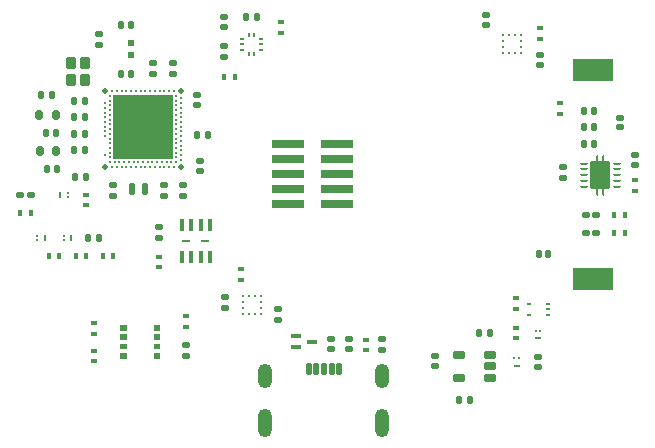
<source format=gts>
G04*
G04 #@! TF.GenerationSoftware,Altium Limited,Altium Designer,22.5.1 (42)*
G04*
G04 Layer_Color=8388736*
%FSLAX25Y25*%
%MOIN*%
G70*
G04*
G04 #@! TF.SameCoordinates,9CEDE495-3556-4083-ABEA-689295A2F9E5*
G04*
G04*
G04 #@! TF.FilePolarity,Negative*
G04*
G01*
G75*
G04:AMPARAMS|DCode=19|XSize=20.47mil|YSize=24.41mil|CornerRadius=4.1mil|HoleSize=0mil|Usage=FLASHONLY|Rotation=0.000|XOffset=0mil|YOffset=0mil|HoleType=Round|Shape=RoundedRectangle|*
%AMROUNDEDRECTD19*
21,1,0.02047,0.01622,0,0,0.0*
21,1,0.01228,0.02441,0,0,0.0*
1,1,0.00819,0.00614,-0.00811*
1,1,0.00819,-0.00614,-0.00811*
1,1,0.00819,-0.00614,0.00811*
1,1,0.00819,0.00614,0.00811*
%
%ADD19ROUNDEDRECTD19*%
G04:AMPARAMS|DCode=20|XSize=20.47mil|YSize=24.41mil|CornerRadius=4.1mil|HoleSize=0mil|Usage=FLASHONLY|Rotation=270.000|XOffset=0mil|YOffset=0mil|HoleType=Round|Shape=RoundedRectangle|*
%AMROUNDEDRECTD20*
21,1,0.02047,0.01622,0,0,270.0*
21,1,0.01228,0.02441,0,0,270.0*
1,1,0.00819,-0.00811,-0.00614*
1,1,0.00819,-0.00811,0.00614*
1,1,0.00819,0.00811,0.00614*
1,1,0.00819,0.00811,-0.00614*
%
%ADD20ROUNDEDRECTD20*%
G04:AMPARAMS|DCode=23|XSize=19.68mil|YSize=21.65mil|CornerRadius=3.94mil|HoleSize=0mil|Usage=FLASHONLY|Rotation=90.000|XOffset=0mil|YOffset=0mil|HoleType=Round|Shape=RoundedRectangle|*
%AMROUNDEDRECTD23*
21,1,0.01968,0.01378,0,0,90.0*
21,1,0.01181,0.02165,0,0,90.0*
1,1,0.00787,0.00689,0.00591*
1,1,0.00787,0.00689,-0.00591*
1,1,0.00787,-0.00689,-0.00591*
1,1,0.00787,-0.00689,0.00591*
%
%ADD23ROUNDEDRECTD23*%
G04:AMPARAMS|DCode=24|XSize=37.4mil|YSize=33.47mil|CornerRadius=3.35mil|HoleSize=0mil|Usage=FLASHONLY|Rotation=270.000|XOffset=0mil|YOffset=0mil|HoleType=Round|Shape=RoundedRectangle|*
%AMROUNDEDRECTD24*
21,1,0.03740,0.02677,0,0,270.0*
21,1,0.03071,0.03347,0,0,270.0*
1,1,0.00669,-0.01339,-0.01535*
1,1,0.00669,-0.01339,0.01535*
1,1,0.00669,0.01339,0.01535*
1,1,0.00669,0.01339,-0.01535*
%
%ADD24ROUNDEDRECTD24*%
G04:AMPARAMS|DCode=25|XSize=23.62mil|YSize=31.5mil|CornerRadius=4.72mil|HoleSize=0mil|Usage=FLASHONLY|Rotation=180.000|XOffset=0mil|YOffset=0mil|HoleType=Round|Shape=RoundedRectangle|*
%AMROUNDEDRECTD25*
21,1,0.02362,0.02205,0,0,180.0*
21,1,0.01417,0.03150,0,0,180.0*
1,1,0.00945,-0.00709,0.01102*
1,1,0.00945,0.00709,0.01102*
1,1,0.00945,0.00709,-0.01102*
1,1,0.00945,-0.00709,-0.01102*
%
%ADD25ROUNDEDRECTD25*%
G04:AMPARAMS|DCode=26|XSize=15.75mil|YSize=19.68mil|CornerRadius=3.15mil|HoleSize=0mil|Usage=FLASHONLY|Rotation=90.000|XOffset=0mil|YOffset=0mil|HoleType=Round|Shape=RoundedRectangle|*
%AMROUNDEDRECTD26*
21,1,0.01575,0.01339,0,0,90.0*
21,1,0.00945,0.01968,0,0,90.0*
1,1,0.00630,0.00669,0.00472*
1,1,0.00630,0.00669,-0.00472*
1,1,0.00630,-0.00669,-0.00472*
1,1,0.00630,-0.00669,0.00472*
%
%ADD26ROUNDEDRECTD26*%
G04:AMPARAMS|DCode=27|XSize=9.84mil|YSize=19.68mil|CornerRadius=1.97mil|HoleSize=0mil|Usage=FLASHONLY|Rotation=0.000|XOffset=0mil|YOffset=0mil|HoleType=Round|Shape=RoundedRectangle|*
%AMROUNDEDRECTD27*
21,1,0.00984,0.01575,0,0,0.0*
21,1,0.00591,0.01968,0,0,0.0*
1,1,0.00394,0.00295,-0.00787*
1,1,0.00394,-0.00295,-0.00787*
1,1,0.00394,-0.00295,0.00787*
1,1,0.00394,0.00295,0.00787*
%
%ADD27ROUNDEDRECTD27*%
G04:AMPARAMS|DCode=28|XSize=27.56mil|YSize=19.68mil|CornerRadius=3.94mil|HoleSize=0mil|Usage=FLASHONLY|Rotation=180.000|XOffset=0mil|YOffset=0mil|HoleType=Round|Shape=RoundedRectangle|*
%AMROUNDEDRECTD28*
21,1,0.02756,0.01181,0,0,180.0*
21,1,0.01968,0.01968,0,0,180.0*
1,1,0.00787,-0.00984,0.00591*
1,1,0.00787,0.00984,0.00591*
1,1,0.00787,0.00984,-0.00591*
1,1,0.00787,-0.00984,-0.00591*
%
%ADD28ROUNDEDRECTD28*%
G04:AMPARAMS|DCode=29|XSize=15.75mil|YSize=19.68mil|CornerRadius=3.15mil|HoleSize=0mil|Usage=FLASHONLY|Rotation=0.000|XOffset=0mil|YOffset=0mil|HoleType=Round|Shape=RoundedRectangle|*
%AMROUNDEDRECTD29*
21,1,0.01575,0.01339,0,0,0.0*
21,1,0.00945,0.01968,0,0,0.0*
1,1,0.00630,0.00472,-0.00669*
1,1,0.00630,-0.00472,-0.00669*
1,1,0.00630,-0.00472,0.00669*
1,1,0.00630,0.00472,0.00669*
%
%ADD29ROUNDEDRECTD29*%
G04:AMPARAMS|DCode=30|XSize=9.84mil|YSize=13.78mil|CornerRadius=1.48mil|HoleSize=0mil|Usage=FLASHONLY|Rotation=90.000|XOffset=0mil|YOffset=0mil|HoleType=Round|Shape=RoundedRectangle|*
%AMROUNDEDRECTD30*
21,1,0.00984,0.01083,0,0,90.0*
21,1,0.00689,0.01378,0,0,90.0*
1,1,0.00295,0.00541,0.00345*
1,1,0.00295,0.00541,-0.00345*
1,1,0.00295,-0.00541,-0.00345*
1,1,0.00295,-0.00541,0.00345*
%
%ADD30ROUNDEDRECTD30*%
G04:AMPARAMS|DCode=31|XSize=9.84mil|YSize=13.78mil|CornerRadius=1.48mil|HoleSize=0mil|Usage=FLASHONLY|Rotation=0.000|XOffset=0mil|YOffset=0mil|HoleType=Round|Shape=RoundedRectangle|*
%AMROUNDEDRECTD31*
21,1,0.00984,0.01083,0,0,0.0*
21,1,0.00689,0.01378,0,0,0.0*
1,1,0.00295,0.00345,-0.00541*
1,1,0.00295,-0.00345,-0.00541*
1,1,0.00295,-0.00345,0.00541*
1,1,0.00295,0.00345,0.00541*
%
%ADD31ROUNDEDRECTD31*%
G04:AMPARAMS|DCode=32|XSize=19.68mil|YSize=39.37mil|CornerRadius=3.94mil|HoleSize=0mil|Usage=FLASHONLY|Rotation=0.000|XOffset=0mil|YOffset=0mil|HoleType=Round|Shape=RoundedRectangle|*
%AMROUNDEDRECTD32*
21,1,0.01968,0.03150,0,0,0.0*
21,1,0.01181,0.03937,0,0,0.0*
1,1,0.00787,0.00591,-0.01575*
1,1,0.00787,-0.00591,-0.01575*
1,1,0.00787,-0.00591,0.01575*
1,1,0.00787,0.00591,0.01575*
%
%ADD32ROUNDEDRECTD32*%
G04:AMPARAMS|DCode=33|XSize=40.95mil|YSize=12.6mil|CornerRadius=2.52mil|HoleSize=0mil|Usage=FLASHONLY|Rotation=90.000|XOffset=0mil|YOffset=0mil|HoleType=Round|Shape=RoundedRectangle|*
%AMROUNDEDRECTD33*
21,1,0.04095,0.00756,0,0,90.0*
21,1,0.03591,0.01260,0,0,90.0*
1,1,0.00504,0.00378,0.01795*
1,1,0.00504,0.00378,-0.01795*
1,1,0.00504,-0.00378,-0.01795*
1,1,0.00504,-0.00378,0.01795*
%
%ADD33ROUNDEDRECTD33*%
%ADD34R,0.03150X0.00787*%
%ADD35R,0.01083X0.00984*%
%ADD36R,0.00984X0.01083*%
G04:AMPARAMS|DCode=37|XSize=17.72mil|YSize=43.31mil|CornerRadius=4.43mil|HoleSize=0mil|Usage=FLASHONLY|Rotation=0.000|XOffset=0mil|YOffset=0mil|HoleType=Round|Shape=RoundedRectangle|*
%AMROUNDEDRECTD37*
21,1,0.01772,0.03445,0,0,0.0*
21,1,0.00886,0.04331,0,0,0.0*
1,1,0.00886,0.00443,-0.01722*
1,1,0.00886,-0.00443,-0.01722*
1,1,0.00886,-0.00443,0.01722*
1,1,0.00886,0.00443,0.01722*
%
%ADD37ROUNDEDRECTD37*%
G04:AMPARAMS|DCode=38|XSize=15.75mil|YSize=31.5mil|CornerRadius=3.15mil|HoleSize=0mil|Usage=FLASHONLY|Rotation=270.000|XOffset=0mil|YOffset=0mil|HoleType=Round|Shape=RoundedRectangle|*
%AMROUNDEDRECTD38*
21,1,0.01575,0.02520,0,0,270.0*
21,1,0.00945,0.03150,0,0,270.0*
1,1,0.00630,-0.01260,-0.00472*
1,1,0.00630,-0.01260,0.00472*
1,1,0.00630,0.01260,0.00472*
1,1,0.00630,0.01260,-0.00472*
%
%ADD38ROUNDEDRECTD38*%
G04:AMPARAMS|DCode=39|XSize=21.65mil|YSize=23.62mil|CornerRadius=4.33mil|HoleSize=0mil|Usage=FLASHONLY|Rotation=270.000|XOffset=0mil|YOffset=0mil|HoleType=Round|Shape=RoundedRectangle|*
%AMROUNDEDRECTD39*
21,1,0.02165,0.01496,0,0,270.0*
21,1,0.01299,0.02362,0,0,270.0*
1,1,0.00866,-0.00748,-0.00650*
1,1,0.00866,-0.00748,0.00650*
1,1,0.00866,0.00748,0.00650*
1,1,0.00866,0.00748,-0.00650*
%
%ADD39ROUNDEDRECTD39*%
G04:AMPARAMS|DCode=40|XSize=23.62mil|YSize=43.31mil|CornerRadius=5.91mil|HoleSize=0mil|Usage=FLASHONLY|Rotation=270.000|XOffset=0mil|YOffset=0mil|HoleType=Round|Shape=RoundedRectangle|*
%AMROUNDEDRECTD40*
21,1,0.02362,0.03150,0,0,270.0*
21,1,0.01181,0.04331,0,0,270.0*
1,1,0.01181,-0.01575,-0.00591*
1,1,0.01181,-0.01575,0.00591*
1,1,0.01181,0.01575,0.00591*
1,1,0.01181,0.01575,-0.00591*
%
%ADD40ROUNDEDRECTD40*%
G04:AMPARAMS|DCode=41|XSize=9.84mil|YSize=19.68mil|CornerRadius=1.97mil|HoleSize=0mil|Usage=FLASHONLY|Rotation=90.000|XOffset=0mil|YOffset=0mil|HoleType=Round|Shape=RoundedRectangle|*
%AMROUNDEDRECTD41*
21,1,0.00984,0.01575,0,0,90.0*
21,1,0.00591,0.01968,0,0,90.0*
1,1,0.00394,0.00787,0.00295*
1,1,0.00394,0.00787,-0.00295*
1,1,0.00394,-0.00787,-0.00295*
1,1,0.00394,-0.00787,0.00295*
%
%ADD41ROUNDEDRECTD41*%
G04:AMPARAMS|DCode=42|XSize=15.87mil|YSize=9mil|CornerRadius=2.25mil|HoleSize=0mil|Usage=FLASHONLY|Rotation=0.000|XOffset=0mil|YOffset=0mil|HoleType=Round|Shape=RoundedRectangle|*
%AMROUNDEDRECTD42*
21,1,0.01587,0.00450,0,0,0.0*
21,1,0.01137,0.00900,0,0,0.0*
1,1,0.00450,0.00569,-0.00225*
1,1,0.00450,-0.00569,-0.00225*
1,1,0.00450,-0.00569,0.00225*
1,1,0.00450,0.00569,0.00225*
%
%ADD42ROUNDEDRECTD42*%
G04:AMPARAMS|DCode=43|XSize=19.68mil|YSize=27.56mil|CornerRadius=3.94mil|HoleSize=0mil|Usage=FLASHONLY|Rotation=180.000|XOffset=0mil|YOffset=0mil|HoleType=Round|Shape=RoundedRectangle|*
%AMROUNDEDRECTD43*
21,1,0.01968,0.01968,0,0,180.0*
21,1,0.01181,0.02756,0,0,180.0*
1,1,0.00787,-0.00591,0.00984*
1,1,0.00787,0.00591,0.00984*
1,1,0.00787,0.00591,-0.00984*
1,1,0.00787,-0.00591,-0.00984*
%
%ADD43ROUNDEDRECTD43*%
G04:AMPARAMS|DCode=44|XSize=23.62mil|YSize=9.45mil|CornerRadius=2.36mil|HoleSize=0mil|Usage=FLASHONLY|Rotation=180.000|XOffset=0mil|YOffset=0mil|HoleType=Round|Shape=RoundedRectangle|*
%AMROUNDEDRECTD44*
21,1,0.02362,0.00472,0,0,180.0*
21,1,0.01890,0.00945,0,0,180.0*
1,1,0.00472,-0.00945,0.00236*
1,1,0.00472,0.00945,0.00236*
1,1,0.00472,0.00945,-0.00236*
1,1,0.00472,-0.00945,-0.00236*
%
%ADD44ROUNDEDRECTD44*%
G04:AMPARAMS|DCode=45|XSize=19.68mil|YSize=27.56mil|CornerRadius=3.94mil|HoleSize=0mil|Usage=FLASHONLY|Rotation=90.000|XOffset=0mil|YOffset=0mil|HoleType=Round|Shape=RoundedRectangle|*
%AMROUNDEDRECTD45*
21,1,0.01968,0.01968,0,0,90.0*
21,1,0.01181,0.02756,0,0,90.0*
1,1,0.00787,0.00984,0.00591*
1,1,0.00787,0.00984,-0.00591*
1,1,0.00787,-0.00984,-0.00591*
1,1,0.00787,-0.00984,0.00591*
%
%ADD45ROUNDEDRECTD45*%
G04:AMPARAMS|DCode=46|XSize=21.65mil|YSize=23.62mil|CornerRadius=4.33mil|HoleSize=0mil|Usage=FLASHONLY|Rotation=0.000|XOffset=0mil|YOffset=0mil|HoleType=Round|Shape=RoundedRectangle|*
%AMROUNDEDRECTD46*
21,1,0.02165,0.01496,0,0,0.0*
21,1,0.01299,0.02362,0,0,0.0*
1,1,0.00866,0.00650,-0.00748*
1,1,0.00866,-0.00650,-0.00748*
1,1,0.00866,-0.00650,0.00748*
1,1,0.00866,0.00650,0.00748*
%
%ADD46ROUNDEDRECTD46*%
G04:AMPARAMS|DCode=48|XSize=109.84mil|YSize=29.13mil|CornerRadius=5.83mil|HoleSize=0mil|Usage=FLASHONLY|Rotation=180.000|XOffset=0mil|YOffset=0mil|HoleType=Round|Shape=RoundedRectangle|*
%AMROUNDEDRECTD48*
21,1,0.10984,0.01748,0,0,180.0*
21,1,0.09819,0.02913,0,0,180.0*
1,1,0.01165,-0.04909,0.00874*
1,1,0.01165,0.04909,0.00874*
1,1,0.01165,0.04909,-0.00874*
1,1,0.01165,-0.04909,-0.00874*
%
%ADD48ROUNDEDRECTD48*%
%ADD49C,0.01280*%
%ADD50R,0.20079X0.21654*%
%ADD51C,0.01968*%
G04:AMPARAMS|DCode=52|XSize=9.84mil|YSize=5.91mil|CornerRadius=0.98mil|HoleSize=0mil|Usage=FLASHONLY|Rotation=180.000|XOffset=0mil|YOffset=0mil|HoleType=Round|Shape=RoundedRectangle|*
%AMROUNDEDRECTD52*
21,1,0.00984,0.00394,0,0,180.0*
21,1,0.00787,0.00591,0,0,180.0*
1,1,0.00197,-0.00394,0.00197*
1,1,0.00197,0.00394,0.00197*
1,1,0.00197,0.00394,-0.00197*
1,1,0.00197,-0.00394,-0.00197*
%
%ADD52ROUNDEDRECTD52*%
G04:AMPARAMS|DCode=53|XSize=9.84mil|YSize=5.91mil|CornerRadius=0.98mil|HoleSize=0mil|Usage=FLASHONLY|Rotation=270.000|XOffset=0mil|YOffset=0mil|HoleType=Round|Shape=RoundedRectangle|*
%AMROUNDEDRECTD53*
21,1,0.00984,0.00394,0,0,270.0*
21,1,0.00787,0.00591,0,0,270.0*
1,1,0.00197,-0.00197,-0.00394*
1,1,0.00197,-0.00197,0.00394*
1,1,0.00197,0.00197,0.00394*
1,1,0.00197,0.00197,-0.00394*
%
%ADD53ROUNDEDRECTD53*%
G04:AMPARAMS|DCode=54|XSize=39.37mil|YSize=9.45mil|CornerRadius=2.36mil|HoleSize=0mil|Usage=FLASHONLY|Rotation=90.000|XOffset=0mil|YOffset=0mil|HoleType=Round|Shape=RoundedRectangle|*
%AMROUNDEDRECTD54*
21,1,0.03937,0.00472,0,0,90.0*
21,1,0.03465,0.00945,0,0,90.0*
1,1,0.00472,0.00236,0.01732*
1,1,0.00472,0.00236,-0.01732*
1,1,0.00472,-0.00236,-0.01732*
1,1,0.00472,-0.00236,0.01732*
%
%ADD54ROUNDEDRECTD54*%
G04:AMPARAMS|DCode=55|XSize=64.96mil|YSize=94.49mil|CornerRadius=2.27mil|HoleSize=0mil|Usage=FLASHONLY|Rotation=0.000|XOffset=0mil|YOffset=0mil|HoleType=Round|Shape=RoundedRectangle|*
%AMROUNDEDRECTD55*
21,1,0.06496,0.08994,0,0,0.0*
21,1,0.06041,0.09449,0,0,0.0*
1,1,0.00455,0.03021,-0.04497*
1,1,0.00455,-0.03021,-0.04497*
1,1,0.00455,-0.03021,0.04497*
1,1,0.00455,0.03021,0.04497*
%
%ADD55ROUNDEDRECTD55*%
%ADD56R,0.13583X0.07284*%
%ADD57O,0.04724X0.08268*%
%ADD58O,0.04724X0.09449*%
G36*
X111762Y135416D02*
X109597D01*
Y137384D01*
X111762D01*
Y135416D01*
D02*
G37*
G36*
Y138565D02*
X109597D01*
Y140534D01*
X111762D01*
Y138565D01*
D02*
G37*
G36*
Y141715D02*
X109597D01*
Y143684D01*
X111762D01*
Y141715D01*
D02*
G37*
G36*
Y144865D02*
X109597D01*
Y146833D01*
X111762D01*
Y144865D01*
D02*
G37*
G36*
X122983Y135416D02*
X120817D01*
Y137384D01*
X122983D01*
Y135416D01*
D02*
G37*
G36*
Y138565D02*
X120817D01*
Y140534D01*
X122983D01*
Y138565D01*
D02*
G37*
G36*
Y141715D02*
X120817D01*
Y143684D01*
X122983D01*
Y141715D01*
D02*
G37*
G36*
Y144865D02*
X120817D01*
Y146833D01*
X122983D01*
Y144865D01*
D02*
G37*
D19*
X94228Y210500D02*
D03*
X97772D02*
D03*
X94228Y205000D02*
D03*
X97772D02*
D03*
X94228Y216000D02*
D03*
X97772D02*
D03*
X94276Y221511D02*
D03*
X97820D02*
D03*
X109719Y230488D02*
D03*
X113262D02*
D03*
X109719Y246876D02*
D03*
X113262D02*
D03*
X83347Y223486D02*
D03*
X86890D02*
D03*
X84728Y210600D02*
D03*
X88272D02*
D03*
X94528Y196100D02*
D03*
X98072D02*
D03*
X85080Y198686D02*
D03*
X88624D02*
D03*
X102543Y175600D02*
D03*
X99000D02*
D03*
X155172Y249400D02*
D03*
X151628D02*
D03*
X138872Y210200D02*
D03*
X135328D02*
D03*
X226143Y121800D02*
D03*
X222600D02*
D03*
X229328Y143900D02*
D03*
X232872D02*
D03*
X267672Y207100D02*
D03*
X264128D02*
D03*
X267672Y212700D02*
D03*
X264128D02*
D03*
D20*
X120462Y233916D02*
D03*
Y230372D02*
D03*
X127262Y233916D02*
D03*
Y230372D02*
D03*
X102500Y243572D02*
D03*
Y240028D02*
D03*
X107037Y189691D02*
D03*
Y193235D02*
D03*
X144200Y239643D02*
D03*
Y236100D02*
D03*
Y245900D02*
D03*
Y249443D02*
D03*
X135282Y223458D02*
D03*
Y219914D02*
D03*
X136046Y197912D02*
D03*
Y201455D02*
D03*
X124163Y189691D02*
D03*
Y193235D02*
D03*
X130389Y189691D02*
D03*
Y193235D02*
D03*
X122595Y175728D02*
D03*
Y179272D02*
D03*
X131590Y136353D02*
D03*
Y139896D02*
D03*
X144600Y156043D02*
D03*
Y152500D02*
D03*
X162300Y152072D02*
D03*
Y148528D02*
D03*
X179700Y138641D02*
D03*
Y142184D02*
D03*
X196850Y138428D02*
D03*
Y141972D02*
D03*
X214600Y132957D02*
D03*
Y136500D02*
D03*
X248900Y136172D02*
D03*
Y132628D02*
D03*
X281300Y200000D02*
D03*
Y203543D02*
D03*
X257200Y199364D02*
D03*
Y195821D02*
D03*
X249400Y233221D02*
D03*
Y236764D02*
D03*
X231650Y250189D02*
D03*
Y246645D02*
D03*
D23*
X113262Y236615D02*
D03*
Y240749D02*
D03*
D24*
X97826Y233927D02*
D03*
Y228218D02*
D03*
X93298D02*
D03*
Y233927D02*
D03*
D25*
X82587Y216882D02*
D03*
X88098D02*
D03*
X82705Y204662D02*
D03*
X88217D02*
D03*
D26*
X98100Y186628D02*
D03*
Y190172D02*
D03*
X163100Y244128D02*
D03*
Y247672D02*
D03*
X122600Y169500D02*
D03*
Y165957D02*
D03*
X100990Y138096D02*
D03*
Y134553D02*
D03*
Y143696D02*
D03*
Y147239D02*
D03*
X149800Y161728D02*
D03*
Y165272D02*
D03*
X131590Y149596D02*
D03*
Y146053D02*
D03*
X191465Y138255D02*
D03*
Y141798D02*
D03*
X241600Y142228D02*
D03*
Y145772D02*
D03*
Y152181D02*
D03*
Y155724D02*
D03*
X281300Y194900D02*
D03*
Y191357D02*
D03*
X256100Y220743D02*
D03*
Y217200D02*
D03*
X249400Y245631D02*
D03*
Y242087D02*
D03*
D27*
X89500Y190100D02*
D03*
X93300Y175600D02*
D03*
X84500D02*
D03*
D28*
X76228Y190200D02*
D03*
X79772D02*
D03*
X268300Y177300D02*
D03*
X264757D02*
D03*
X268300Y183500D02*
D03*
X264757D02*
D03*
D29*
X76200Y184100D02*
D03*
X79743D02*
D03*
X85728Y169600D02*
D03*
X89272D02*
D03*
X98272D02*
D03*
X94728D02*
D03*
X107243D02*
D03*
X103700D02*
D03*
X147754Y229466D02*
D03*
X144210D02*
D03*
X277778Y183478D02*
D03*
X274235D02*
D03*
X277778Y177323D02*
D03*
X274235D02*
D03*
D30*
X150174Y242051D02*
D03*
Y240279D02*
D03*
Y238507D02*
D03*
X156670D02*
D03*
Y240279D02*
D03*
Y242051D02*
D03*
D31*
X152536Y237031D02*
D03*
X154308D02*
D03*
Y243527D02*
D03*
X152536D02*
D03*
D32*
X117765Y192000D02*
D03*
X113435D02*
D03*
D33*
X130076Y169505D02*
D03*
X133225D02*
D03*
X136375D02*
D03*
X139524D02*
D03*
Y180095D02*
D03*
X136375D02*
D03*
X133225D02*
D03*
X130076D02*
D03*
D34*
X131650Y174800D02*
D03*
X137950D02*
D03*
D35*
X150420Y156375D02*
D03*
Y154406D02*
D03*
Y152437D02*
D03*
Y150469D02*
D03*
X156426D02*
D03*
Y152437D02*
D03*
Y154406D02*
D03*
Y156375D02*
D03*
X237277Y243232D02*
D03*
Y241263D02*
D03*
Y239295D02*
D03*
Y237326D02*
D03*
X243283D02*
D03*
Y239295D02*
D03*
Y241263D02*
D03*
Y243232D02*
D03*
D36*
X152437Y150469D02*
D03*
X154406D02*
D03*
Y156375D02*
D03*
X152437D02*
D03*
X239295Y237326D02*
D03*
X241263D02*
D03*
Y243232D02*
D03*
X239295D02*
D03*
D37*
X172430Y131913D02*
D03*
X174989D02*
D03*
X177548D02*
D03*
X180107D02*
D03*
X182666D02*
D03*
D38*
X173656Y141200D02*
D03*
X168144Y139232D02*
D03*
Y143168D02*
D03*
D39*
X185829Y141899D02*
D03*
Y138552D02*
D03*
D40*
X222682Y129160D02*
D03*
Y136640D02*
D03*
X232918D02*
D03*
Y132900D02*
D03*
Y129160D02*
D03*
D41*
X241700Y133100D02*
D03*
X248900Y142300D02*
D03*
D42*
X245856Y149932D02*
D03*
Y153868D02*
D03*
X252144D02*
D03*
Y151900D02*
D03*
Y149932D02*
D03*
D43*
X252176Y170300D02*
D03*
X249224D02*
D03*
D44*
X275112Y200537D02*
D03*
Y198568D02*
D03*
Y196600D02*
D03*
Y194632D02*
D03*
Y192663D02*
D03*
X264088D02*
D03*
Y194632D02*
D03*
Y196600D02*
D03*
Y198568D02*
D03*
Y200537D02*
D03*
D45*
X276300Y212624D02*
D03*
Y215576D02*
D03*
D46*
X264227Y217900D02*
D03*
X267573D02*
D03*
D48*
X181712Y186900D02*
D03*
Y191900D02*
D03*
Y196900D02*
D03*
Y201900D02*
D03*
Y206900D02*
D03*
X165688Y186900D02*
D03*
Y191900D02*
D03*
Y196900D02*
D03*
Y201900D02*
D03*
Y206900D02*
D03*
D49*
X127436Y224611D02*
D03*
X125861D02*
D03*
X124287D02*
D03*
X106176Y221461D02*
D03*
Y219887D02*
D03*
Y218312D02*
D03*
X104602Y203351D02*
D03*
Y209650D02*
D03*
Y211225D02*
D03*
Y212800D02*
D03*
Y214375D02*
D03*
Y215950D02*
D03*
Y217524D02*
D03*
Y219099D02*
D03*
X106176Y200989D02*
D03*
Y202564D02*
D03*
Y204139D02*
D03*
Y205713D02*
D03*
Y207288D02*
D03*
Y208863D02*
D03*
Y210438D02*
D03*
Y212013D02*
D03*
Y213587D02*
D03*
Y215162D02*
D03*
Y216737D02*
D03*
X106964Y199414D02*
D03*
Y224611D02*
D03*
X107751Y200989D02*
D03*
X108539Y199414D02*
D03*
Y224611D02*
D03*
X109326Y200989D02*
D03*
X110113Y199414D02*
D03*
Y224611D02*
D03*
X110901Y200989D02*
D03*
X111688Y199414D02*
D03*
Y224611D02*
D03*
X112476Y200989D02*
D03*
X113263Y199414D02*
D03*
Y224611D02*
D03*
X114050Y200989D02*
D03*
X114838Y199414D02*
D03*
Y224611D02*
D03*
X115625Y200989D02*
D03*
X116413Y199414D02*
D03*
Y224611D02*
D03*
X117200Y200989D02*
D03*
X117987Y199414D02*
D03*
Y224611D02*
D03*
X118775Y200989D02*
D03*
X119562Y199414D02*
D03*
Y224611D02*
D03*
X120350Y200989D02*
D03*
X121137Y199414D02*
D03*
Y224611D02*
D03*
X121924Y200989D02*
D03*
X122712Y199414D02*
D03*
Y224611D02*
D03*
X123499Y200989D02*
D03*
X124287Y199414D02*
D03*
X125861D02*
D03*
X125074Y200989D02*
D03*
X126649D02*
D03*
X128224D02*
D03*
Y202564D02*
D03*
Y204139D02*
D03*
Y205713D02*
D03*
Y207288D02*
D03*
Y208863D02*
D03*
Y210438D02*
D03*
Y212013D02*
D03*
Y213587D02*
D03*
Y215162D02*
D03*
Y216737D02*
D03*
Y218312D02*
D03*
Y219887D02*
D03*
Y221461D02*
D03*
X129798Y201776D02*
D03*
Y203351D02*
D03*
Y204926D02*
D03*
Y206501D02*
D03*
Y208076D02*
D03*
Y209650D02*
D03*
Y211225D02*
D03*
Y212800D02*
D03*
Y214375D02*
D03*
Y215950D02*
D03*
Y217524D02*
D03*
Y219099D02*
D03*
X127436Y199414D02*
D03*
X106176Y223036D02*
D03*
X128224D02*
D03*
X129798Y220674D02*
D03*
Y222249D02*
D03*
X104602Y220674D02*
D03*
D50*
X117200Y212800D02*
D03*
D51*
X104602Y224611D02*
D03*
X129798D02*
D03*
Y199414D02*
D03*
X104602D02*
D03*
D52*
X92080Y190789D02*
D03*
Y189411D02*
D03*
X90720Y174911D02*
D03*
Y176289D02*
D03*
X81920Y174911D02*
D03*
Y176289D02*
D03*
D53*
X241011Y135679D02*
D03*
X242389D02*
D03*
X248211Y144879D02*
D03*
X249589D02*
D03*
D54*
X270584Y191876D02*
D03*
X268616D02*
D03*
X270584Y201324D02*
D03*
X268616D02*
D03*
D55*
X269600Y196600D02*
D03*
D56*
X267200Y162175D02*
D03*
Y231600D02*
D03*
D57*
X196988Y129748D02*
D03*
X158012D02*
D03*
D58*
Y114000D02*
D03*
X196988D02*
D03*
M02*

</source>
